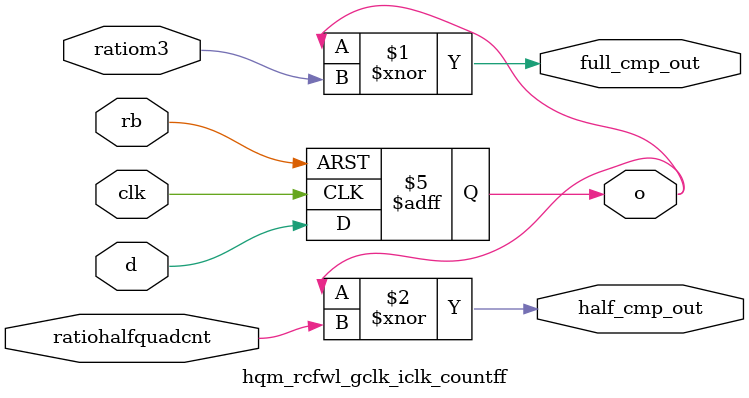
<source format=sv>


module hqm_rcfwl_gclk_iclk_countff ( 
     input logic clk, 
     input logic rb, 
     input logic d,
     input logic ratiom3,
     input logic ratiohalfquadcnt,
     output logic full_cmp_out,  
     output logic half_cmp_out,
     output logic o
       );

//logic resetb;

//initial begin
//   resetb = 1'b0;
//   #10 resetb = 1'b1;
//end


assign full_cmp_out = o~^ratiom3;
assign half_cmp_out = o~^ratiohalfquadcnt;

always_ff @(posedge clk or negedge rb) begin
//always_ff @(posedge clk) begin
   if (~rb) o <= 0;
   else     o <= d;
end

endmodule


</source>
